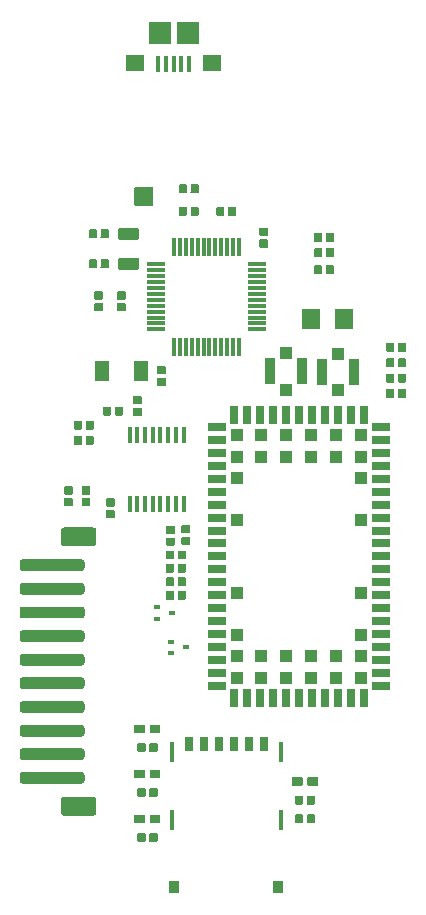
<source format=gbr>
G04 #@! TF.GenerationSoftware,KiCad,Pcbnew,5.1.8+dfsg1-1~bpo10+1*
G04 #@! TF.CreationDate,2021-02-15T21:00:24+01:00*
G04 #@! TF.ProjectId,easyhive,65617379-6869-4766-952e-6b696361645f,rev?*
G04 #@! TF.SameCoordinates,Original*
G04 #@! TF.FileFunction,Paste,Top*
G04 #@! TF.FilePolarity,Positive*
%FSLAX46Y46*%
G04 Gerber Fmt 4.6, Leading zero omitted, Abs format (unit mm)*
G04 Created by KiCad (PCBNEW 5.1.8+dfsg1-1~bpo10+1) date 2021-02-15 21:00:24*
%MOMM*%
%LPD*%
G01*
G04 APERTURE LIST*
%ADD10R,0.354800X1.461999*%
%ADD11R,1.900000X1.900000*%
%ADD12R,1.600000X1.400000*%
%ADD13R,0.400000X1.350000*%
%ADD14R,0.508000X0.355999*%
%ADD15R,1.600000X1.800000*%
%ADD16R,1.200000X1.800000*%
%ADD17R,0.350000X1.800000*%
%ADD18R,0.650000X1.300000*%
%ADD19R,0.900000X1.000000*%
%ADD20R,1.000000X1.050000*%
%ADD21R,0.850000X2.200000*%
%ADD22R,1.100000X1.100000*%
%ADD23R,0.800000X1.500000*%
%ADD24R,1.500000X0.800000*%
%ADD25R,0.300000X1.600000*%
%ADD26R,1.600000X0.300000*%
G04 APERTURE END LIST*
D10*
X145799998Y-108817000D03*
X145149997Y-108817000D03*
X144499998Y-108817000D03*
X143849997Y-108817000D03*
X143199998Y-108817000D03*
X142550000Y-108817000D03*
X141899998Y-108817000D03*
X141250000Y-108817000D03*
X141250000Y-102975000D03*
X141900001Y-102975000D03*
X142550000Y-102975000D03*
X143200001Y-102975000D03*
X143850000Y-102975000D03*
X144499998Y-102975000D03*
X145150000Y-102975000D03*
X145799998Y-102975000D03*
D11*
X143771100Y-68962600D03*
X146171100Y-68962600D03*
D12*
X141721100Y-71512600D03*
X148221100Y-71512600D03*
D13*
X146271100Y-71637600D03*
X145621100Y-71637600D03*
X143671100Y-71637600D03*
X144321100Y-71637600D03*
X144971100Y-71637600D03*
D14*
X146000000Y-121000000D03*
X144704999Y-121500003D03*
X144704999Y-120500002D03*
X144845001Y-118099997D03*
X143550000Y-118600000D03*
X143550000Y-117599999D03*
D15*
X156600000Y-93200000D03*
X159400000Y-93200000D03*
G36*
G01*
X139973400Y-108448000D02*
X139973400Y-109008000D01*
G75*
G02*
X139903400Y-109078000I-70000J0D01*
G01*
X139293400Y-109078000D01*
G75*
G02*
X139223400Y-109008000I0J70000D01*
G01*
X139223400Y-108448000D01*
G75*
G02*
X139293400Y-108378000I70000J0D01*
G01*
X139903400Y-108378000D01*
G75*
G02*
X139973400Y-108448000I0J-70000D01*
G01*
G37*
G36*
G01*
X139973400Y-109448000D02*
X139973400Y-110008000D01*
G75*
G02*
X139903400Y-110078000I-70000J0D01*
G01*
X139293400Y-110078000D01*
G75*
G02*
X139223400Y-110008000I0J70000D01*
G01*
X139223400Y-109448000D01*
G75*
G02*
X139293400Y-109378000I70000J0D01*
G01*
X139903400Y-109378000D01*
G75*
G02*
X139973400Y-109448000I0J-70000D01*
G01*
G37*
G36*
G01*
X140607000Y-101365400D02*
X140047000Y-101365400D01*
G75*
G02*
X139977000Y-101295400I0J70000D01*
G01*
X139977000Y-100685400D01*
G75*
G02*
X140047000Y-100615400I70000J0D01*
G01*
X140607000Y-100615400D01*
G75*
G02*
X140677000Y-100685400I0J-70000D01*
G01*
X140677000Y-101295400D01*
G75*
G02*
X140607000Y-101365400I-70000J0D01*
G01*
G37*
G36*
G01*
X139607000Y-101365400D02*
X139047000Y-101365400D01*
G75*
G02*
X138977000Y-101295400I0J70000D01*
G01*
X138977000Y-100685400D01*
G75*
G02*
X139047000Y-100615400I70000J0D01*
G01*
X139607000Y-100615400D01*
G75*
G02*
X139677000Y-100685400I0J-70000D01*
G01*
X139677000Y-101295400D01*
G75*
G02*
X139607000Y-101365400I-70000J0D01*
G01*
G37*
G36*
G01*
X141509400Y-101346600D02*
X141509400Y-100786600D01*
G75*
G02*
X141579400Y-100716600I70000J0D01*
G01*
X142189400Y-100716600D01*
G75*
G02*
X142259400Y-100786600I0J-70000D01*
G01*
X142259400Y-101346600D01*
G75*
G02*
X142189400Y-101416600I-70000J0D01*
G01*
X141579400Y-101416600D01*
G75*
G02*
X141509400Y-101346600I0J70000D01*
G01*
G37*
G36*
G01*
X141509400Y-100346600D02*
X141509400Y-99786600D01*
G75*
G02*
X141579400Y-99716600I70000J0D01*
G01*
X142189400Y-99716600D01*
G75*
G02*
X142259400Y-99786600I0J-70000D01*
G01*
X142259400Y-100346600D01*
G75*
G02*
X142189400Y-100416600I-70000J0D01*
G01*
X141579400Y-100416600D01*
G75*
G02*
X141509400Y-100346600I0J70000D01*
G01*
G37*
G36*
G01*
X138133400Y-102550200D02*
X137573400Y-102550200D01*
G75*
G02*
X137503400Y-102480200I0J70000D01*
G01*
X137503400Y-101870200D01*
G75*
G02*
X137573400Y-101800200I70000J0D01*
G01*
X138133400Y-101800200D01*
G75*
G02*
X138203400Y-101870200I0J-70000D01*
G01*
X138203400Y-102480200D01*
G75*
G02*
X138133400Y-102550200I-70000J0D01*
G01*
G37*
G36*
G01*
X137133400Y-102550200D02*
X136573400Y-102550200D01*
G75*
G02*
X136503400Y-102480200I0J70000D01*
G01*
X136503400Y-101870200D01*
G75*
G02*
X136573400Y-101800200I70000J0D01*
G01*
X137133400Y-101800200D01*
G75*
G02*
X137203400Y-101870200I0J-70000D01*
G01*
X137203400Y-102480200D01*
G75*
G02*
X137133400Y-102550200I-70000J0D01*
G01*
G37*
G36*
G01*
X138133400Y-103850200D02*
X137573400Y-103850200D01*
G75*
G02*
X137503400Y-103780200I0J70000D01*
G01*
X137503400Y-103170200D01*
G75*
G02*
X137573400Y-103100200I70000J0D01*
G01*
X138133400Y-103100200D01*
G75*
G02*
X138203400Y-103170200I0J-70000D01*
G01*
X138203400Y-103780200D01*
G75*
G02*
X138133400Y-103850200I-70000J0D01*
G01*
G37*
G36*
G01*
X137133400Y-103850200D02*
X136573400Y-103850200D01*
G75*
G02*
X136503400Y-103780200I0J70000D01*
G01*
X136503400Y-103170200D01*
G75*
G02*
X136573400Y-103100200I70000J0D01*
G01*
X137133400Y-103100200D01*
G75*
G02*
X137203400Y-103170200I0J-70000D01*
G01*
X137203400Y-103780200D01*
G75*
G02*
X137133400Y-103850200I-70000J0D01*
G01*
G37*
G36*
G01*
X137166000Y-108984000D02*
X137166000Y-108424000D01*
G75*
G02*
X137236000Y-108354000I70000J0D01*
G01*
X137846000Y-108354000D01*
G75*
G02*
X137916000Y-108424000I0J-70000D01*
G01*
X137916000Y-108984000D01*
G75*
G02*
X137846000Y-109054000I-70000J0D01*
G01*
X137236000Y-109054000D01*
G75*
G02*
X137166000Y-108984000I0J70000D01*
G01*
G37*
G36*
G01*
X137166000Y-107984000D02*
X137166000Y-107424000D01*
G75*
G02*
X137236000Y-107354000I70000J0D01*
G01*
X137846000Y-107354000D01*
G75*
G02*
X137916000Y-107424000I0J-70000D01*
G01*
X137916000Y-107984000D01*
G75*
G02*
X137846000Y-108054000I-70000J0D01*
G01*
X137236000Y-108054000D01*
G75*
G02*
X137166000Y-107984000I0J70000D01*
G01*
G37*
G36*
G01*
X135667400Y-108992000D02*
X135667400Y-108432000D01*
G75*
G02*
X135737400Y-108362000I70000J0D01*
G01*
X136347400Y-108362000D01*
G75*
G02*
X136417400Y-108432000I0J-70000D01*
G01*
X136417400Y-108992000D01*
G75*
G02*
X136347400Y-109062000I-70000J0D01*
G01*
X135737400Y-109062000D01*
G75*
G02*
X135667400Y-108992000I0J70000D01*
G01*
G37*
G36*
G01*
X135667400Y-107992000D02*
X135667400Y-107432000D01*
G75*
G02*
X135737400Y-107362000I70000J0D01*
G01*
X136347400Y-107362000D01*
G75*
G02*
X136417400Y-107432000I0J-70000D01*
G01*
X136417400Y-107992000D01*
G75*
G02*
X136347400Y-108062000I-70000J0D01*
G01*
X135737400Y-108062000D01*
G75*
G02*
X135667400Y-107992000I0J70000D01*
G01*
G37*
G36*
G01*
X144370000Y-113925000D02*
X144930000Y-113925000D01*
G75*
G02*
X145000000Y-113995000I0J-70000D01*
G01*
X145000000Y-114605000D01*
G75*
G02*
X144930000Y-114675000I-70000J0D01*
G01*
X144370000Y-114675000D01*
G75*
G02*
X144300000Y-114605000I0J70000D01*
G01*
X144300000Y-113995000D01*
G75*
G02*
X144370000Y-113925000I70000J0D01*
G01*
G37*
G36*
G01*
X145370000Y-113925000D02*
X145930000Y-113925000D01*
G75*
G02*
X146000000Y-113995000I0J-70000D01*
G01*
X146000000Y-114605000D01*
G75*
G02*
X145930000Y-114675000I-70000J0D01*
G01*
X145370000Y-114675000D01*
G75*
G02*
X145300000Y-114605000I0J70000D01*
G01*
X145300000Y-113995000D01*
G75*
G02*
X145370000Y-113925000I70000J0D01*
G01*
G37*
G36*
G01*
X144395000Y-112800000D02*
X144955000Y-112800000D01*
G75*
G02*
X145025000Y-112870000I0J-70000D01*
G01*
X145025000Y-113480000D01*
G75*
G02*
X144955000Y-113550000I-70000J0D01*
G01*
X144395000Y-113550000D01*
G75*
G02*
X144325000Y-113480000I0J70000D01*
G01*
X144325000Y-112870000D01*
G75*
G02*
X144395000Y-112800000I70000J0D01*
G01*
G37*
G36*
G01*
X145395000Y-112800000D02*
X145955000Y-112800000D01*
G75*
G02*
X146025000Y-112870000I0J-70000D01*
G01*
X146025000Y-113480000D01*
G75*
G02*
X145955000Y-113550000I-70000J0D01*
G01*
X145395000Y-113550000D01*
G75*
G02*
X145325000Y-113480000I0J70000D01*
G01*
X145325000Y-112870000D01*
G75*
G02*
X145395000Y-112800000I70000J0D01*
G01*
G37*
G36*
G01*
X158480000Y-87945000D02*
X157920000Y-87945000D01*
G75*
G02*
X157850000Y-87875000I0J70000D01*
G01*
X157850000Y-87265000D01*
G75*
G02*
X157920000Y-87195000I70000J0D01*
G01*
X158480000Y-87195000D01*
G75*
G02*
X158550000Y-87265000I0J-70000D01*
G01*
X158550000Y-87875000D01*
G75*
G02*
X158480000Y-87945000I-70000J0D01*
G01*
G37*
G36*
G01*
X157480000Y-87945000D02*
X156920000Y-87945000D01*
G75*
G02*
X156850000Y-87875000I0J70000D01*
G01*
X156850000Y-87265000D01*
G75*
G02*
X156920000Y-87195000I70000J0D01*
G01*
X157480000Y-87195000D01*
G75*
G02*
X157550000Y-87265000I0J-70000D01*
G01*
X157550000Y-87875000D01*
G75*
G02*
X157480000Y-87945000I-70000J0D01*
G01*
G37*
G36*
G01*
X156920000Y-85915000D02*
X157480000Y-85915000D01*
G75*
G02*
X157550000Y-85985000I0J-70000D01*
G01*
X157550000Y-86595000D01*
G75*
G02*
X157480000Y-86665000I-70000J0D01*
G01*
X156920000Y-86665000D01*
G75*
G02*
X156850000Y-86595000I0J70000D01*
G01*
X156850000Y-85985000D01*
G75*
G02*
X156920000Y-85915000I70000J0D01*
G01*
G37*
G36*
G01*
X157920000Y-85915000D02*
X158480000Y-85915000D01*
G75*
G02*
X158550000Y-85985000I0J-70000D01*
G01*
X158550000Y-86595000D01*
G75*
G02*
X158480000Y-86665000I-70000J0D01*
G01*
X157920000Y-86665000D01*
G75*
G02*
X157850000Y-86595000I0J70000D01*
G01*
X157850000Y-85985000D01*
G75*
G02*
X157920000Y-85915000I70000J0D01*
G01*
G37*
G36*
G01*
X140386100Y-88008600D02*
X141936100Y-88008600D01*
G75*
G02*
X142061100Y-88133600I0J-125000D01*
G01*
X142061100Y-88883600D01*
G75*
G02*
X141936100Y-89008600I-125000J0D01*
G01*
X140386100Y-89008600D01*
G75*
G02*
X140261100Y-88883600I0J125000D01*
G01*
X140261100Y-88133600D01*
G75*
G02*
X140386100Y-88008600I125000J0D01*
G01*
G37*
G36*
G01*
X140386100Y-85508600D02*
X141936100Y-85508600D01*
G75*
G02*
X142061100Y-85633600I0J-125000D01*
G01*
X142061100Y-86383600D01*
G75*
G02*
X141936100Y-86508600I-125000J0D01*
G01*
X140386100Y-86508600D01*
G75*
G02*
X140261100Y-86383600I0J125000D01*
G01*
X140261100Y-85633600D01*
G75*
G02*
X140386100Y-85508600I125000J0D01*
G01*
G37*
D16*
X142200000Y-97600000D03*
X138900000Y-97600000D03*
D17*
X154011100Y-135588600D03*
X144820100Y-135588600D03*
X154011100Y-129838600D03*
X144820100Y-129838600D03*
D18*
X146246100Y-129168600D03*
X147516100Y-129168600D03*
X148786100Y-129168600D03*
X150056100Y-129168600D03*
X151326100Y-129168600D03*
X152596100Y-129168600D03*
D19*
X153816100Y-141308600D03*
X145016100Y-141308600D03*
D20*
X154457400Y-96112600D03*
X154457400Y-99162600D03*
D21*
X153082400Y-97637600D03*
X155832400Y-97637600D03*
D20*
X158875000Y-96125000D03*
X158875000Y-99175000D03*
D21*
X157500000Y-97650000D03*
X160250000Y-97650000D03*
D22*
X160800000Y-119950000D03*
X150300000Y-119950000D03*
X160800000Y-116350000D03*
X150300000Y-116350000D03*
X150300000Y-123550000D03*
X152400000Y-123550000D03*
X154500000Y-123550000D03*
X156600000Y-123550000D03*
X158700000Y-123550000D03*
X160800000Y-123550000D03*
X160800000Y-121750000D03*
X158700000Y-121750000D03*
X156600000Y-121750000D03*
X154500000Y-121750000D03*
X152400000Y-121750000D03*
X150300000Y-121750000D03*
X160800000Y-110250000D03*
X150300000Y-110250000D03*
X160800000Y-106650000D03*
X150300000Y-106650000D03*
X150300000Y-104850000D03*
X152400000Y-104850000D03*
X154500000Y-104850000D03*
X156600000Y-104850000D03*
X158700000Y-104850000D03*
X160800000Y-104850000D03*
X160800000Y-103050000D03*
X158700000Y-103050000D03*
X156600000Y-103050000D03*
X154500000Y-103050000D03*
X152400000Y-103050000D03*
X150300000Y-103050000D03*
D23*
X161050000Y-125250000D03*
X151150000Y-125250000D03*
X150050000Y-125250000D03*
X159950000Y-125250000D03*
X158850000Y-125250000D03*
X157750000Y-125250000D03*
X156650000Y-125250000D03*
X155550000Y-125250000D03*
X154450000Y-125250000D03*
X153350000Y-125250000D03*
X152250000Y-125250000D03*
D24*
X162500000Y-124300000D03*
X162500000Y-123200000D03*
X162500000Y-122100000D03*
X162500000Y-121000000D03*
X162500000Y-119900000D03*
X162500000Y-118800000D03*
X162500000Y-117700000D03*
X162500000Y-116600000D03*
X162500000Y-115500000D03*
X162500000Y-114400000D03*
X162500000Y-113300000D03*
X162500000Y-112200000D03*
X162500000Y-111100000D03*
X162500000Y-110000000D03*
X162500000Y-108900000D03*
X162500000Y-107800000D03*
X162500000Y-106700000D03*
X162500000Y-105600000D03*
X162500000Y-104500000D03*
X162500000Y-103400000D03*
X162500000Y-102300000D03*
X148600000Y-124300000D03*
X148600000Y-123200000D03*
X148600000Y-122100000D03*
X148600000Y-121000000D03*
X148600000Y-119900000D03*
X148600000Y-118800000D03*
X148600000Y-117700000D03*
X148600000Y-116600000D03*
X148600000Y-115500000D03*
X148600000Y-114400000D03*
X148600000Y-113300000D03*
X148600000Y-112200000D03*
X148600000Y-111100000D03*
X148600000Y-110000000D03*
X148600000Y-108900000D03*
X148600000Y-107800000D03*
X148600000Y-106700000D03*
X148600000Y-105600000D03*
X148600000Y-104500000D03*
X148600000Y-103400000D03*
D23*
X161050000Y-101350000D03*
D24*
X148600000Y-102300000D03*
D23*
X151150000Y-101350000D03*
X150050000Y-101350000D03*
X159950000Y-101350000D03*
X158850000Y-101350000D03*
X157750000Y-101350000D03*
X156650000Y-101350000D03*
X155550000Y-101350000D03*
X154450000Y-101350000D03*
X153350000Y-101350000D03*
X152250000Y-101350000D03*
G36*
G01*
X143231100Y-82093600D02*
X143231100Y-83533600D01*
G75*
G02*
X143151100Y-83613600I-80000J0D01*
G01*
X141711100Y-83613600D01*
G75*
G02*
X141631100Y-83533600I0J80000D01*
G01*
X141631100Y-82093600D01*
G75*
G02*
X141711100Y-82013600I80000J0D01*
G01*
X143151100Y-82013600D01*
G75*
G02*
X143231100Y-82093600I0J-80000D01*
G01*
G37*
D25*
X144996100Y-87068600D03*
X145496100Y-87068600D03*
X145996100Y-87068600D03*
X146496100Y-87068600D03*
X146996100Y-87068600D03*
X147496100Y-87068600D03*
X147996100Y-87068600D03*
X148496100Y-87068600D03*
X148996100Y-87068600D03*
X149496100Y-87068600D03*
X149996100Y-87068600D03*
X150496100Y-87068600D03*
D26*
X151996100Y-88568600D03*
X151996100Y-89068600D03*
X151996100Y-89568600D03*
X151996100Y-90068600D03*
X151996100Y-90568600D03*
X151996100Y-91068600D03*
X151996100Y-92068600D03*
X151996100Y-91568600D03*
X151996100Y-92568600D03*
X151996100Y-93068600D03*
X151996100Y-93568600D03*
X151996100Y-94068600D03*
D25*
X150496100Y-95568600D03*
X149996100Y-95568600D03*
X149496100Y-95568600D03*
X148996100Y-95568600D03*
X148496100Y-95568600D03*
X147996100Y-95568600D03*
X147496100Y-95568600D03*
X146996100Y-95568600D03*
X146496100Y-95568600D03*
X145996100Y-95568600D03*
X145496100Y-95568600D03*
X144996100Y-95568600D03*
D26*
X143496100Y-94068600D03*
X143496100Y-93568600D03*
X143496100Y-93068600D03*
X143496100Y-92568600D03*
X143496100Y-92068600D03*
X143496100Y-91568600D03*
X143496100Y-91068600D03*
X143496100Y-90568600D03*
X143496100Y-90068600D03*
X143496100Y-89568600D03*
X143496100Y-89068600D03*
X143496100Y-88568600D03*
G36*
G01*
X142548600Y-127583600D02*
X142548600Y-128213600D01*
G75*
G02*
X142513600Y-128248600I-35000J0D01*
G01*
X141683600Y-128248600D01*
G75*
G02*
X141648600Y-128213600I0J35000D01*
G01*
X141648600Y-127583600D01*
G75*
G02*
X141683600Y-127548600I35000J0D01*
G01*
X142513600Y-127548600D01*
G75*
G02*
X142548600Y-127583600I0J-35000D01*
G01*
G37*
G36*
G01*
X143848600Y-127583600D02*
X143848600Y-128213600D01*
G75*
G02*
X143813600Y-128248600I-35000J0D01*
G01*
X142983600Y-128248600D01*
G75*
G02*
X142948600Y-128213600I0J35000D01*
G01*
X142948600Y-127583600D01*
G75*
G02*
X142983600Y-127548600I35000J0D01*
G01*
X143813600Y-127548600D01*
G75*
G02*
X143848600Y-127583600I0J-35000D01*
G01*
G37*
G36*
G01*
X142548600Y-131393600D02*
X142548600Y-132023600D01*
G75*
G02*
X142513600Y-132058600I-35000J0D01*
G01*
X141683600Y-132058600D01*
G75*
G02*
X141648600Y-132023600I0J35000D01*
G01*
X141648600Y-131393600D01*
G75*
G02*
X141683600Y-131358600I35000J0D01*
G01*
X142513600Y-131358600D01*
G75*
G02*
X142548600Y-131393600I0J-35000D01*
G01*
G37*
G36*
G01*
X143848600Y-131393600D02*
X143848600Y-132023600D01*
G75*
G02*
X143813600Y-132058600I-35000J0D01*
G01*
X142983600Y-132058600D01*
G75*
G02*
X142948600Y-132023600I0J35000D01*
G01*
X142948600Y-131393600D01*
G75*
G02*
X142983600Y-131358600I35000J0D01*
G01*
X143813600Y-131358600D01*
G75*
G02*
X143848600Y-131393600I0J-35000D01*
G01*
G37*
G36*
G01*
X156283600Y-132658600D02*
X156283600Y-132028600D01*
G75*
G02*
X156318600Y-131993600I35000J0D01*
G01*
X157148600Y-131993600D01*
G75*
G02*
X157183600Y-132028600I0J-35000D01*
G01*
X157183600Y-132658600D01*
G75*
G02*
X157148600Y-132693600I-35000J0D01*
G01*
X156318600Y-132693600D01*
G75*
G02*
X156283600Y-132658600I0J35000D01*
G01*
G37*
G36*
G01*
X154983600Y-132658600D02*
X154983600Y-132028600D01*
G75*
G02*
X155018600Y-131993600I35000J0D01*
G01*
X155848600Y-131993600D01*
G75*
G02*
X155883600Y-132028600I0J-35000D01*
G01*
X155883600Y-132658600D01*
G75*
G02*
X155848600Y-132693600I-35000J0D01*
G01*
X155018600Y-132693600D01*
G75*
G02*
X154983600Y-132658600I0J35000D01*
G01*
G37*
G36*
G01*
X142548600Y-135203600D02*
X142548600Y-135833600D01*
G75*
G02*
X142513600Y-135868600I-35000J0D01*
G01*
X141683600Y-135868600D01*
G75*
G02*
X141648600Y-135833600I0J35000D01*
G01*
X141648600Y-135203600D01*
G75*
G02*
X141683600Y-135168600I35000J0D01*
G01*
X142513600Y-135168600D01*
G75*
G02*
X142548600Y-135203600I0J-35000D01*
G01*
G37*
G36*
G01*
X143848600Y-135203600D02*
X143848600Y-135833600D01*
G75*
G02*
X143813600Y-135868600I-35000J0D01*
G01*
X142983600Y-135868600D01*
G75*
G02*
X142948600Y-135833600I0J35000D01*
G01*
X142948600Y-135203600D01*
G75*
G02*
X142983600Y-135168600I35000J0D01*
G01*
X143813600Y-135168600D01*
G75*
G02*
X143848600Y-135203600I0J-35000D01*
G01*
G37*
G36*
G01*
X145075000Y-110770000D02*
X145075000Y-111330000D01*
G75*
G02*
X145005000Y-111400000I-70000J0D01*
G01*
X144395000Y-111400000D01*
G75*
G02*
X144325000Y-111330000I0J70000D01*
G01*
X144325000Y-110770000D01*
G75*
G02*
X144395000Y-110700000I70000J0D01*
G01*
X145005000Y-110700000D01*
G75*
G02*
X145075000Y-110770000I0J-70000D01*
G01*
G37*
G36*
G01*
X145075000Y-111770000D02*
X145075000Y-112330000D01*
G75*
G02*
X145005000Y-112400000I-70000J0D01*
G01*
X144395000Y-112400000D01*
G75*
G02*
X144325000Y-112330000I0J70000D01*
G01*
X144325000Y-111770000D01*
G75*
G02*
X144395000Y-111700000I70000J0D01*
G01*
X145005000Y-111700000D01*
G75*
G02*
X145075000Y-111770000I0J-70000D01*
G01*
G37*
G36*
G01*
X146375000Y-110720000D02*
X146375000Y-111280000D01*
G75*
G02*
X146305000Y-111350000I-70000J0D01*
G01*
X145695000Y-111350000D01*
G75*
G02*
X145625000Y-111280000I0J70000D01*
G01*
X145625000Y-110720000D01*
G75*
G02*
X145695000Y-110650000I70000J0D01*
G01*
X146305000Y-110650000D01*
G75*
G02*
X146375000Y-110720000I0J-70000D01*
G01*
G37*
G36*
G01*
X146375000Y-111720000D02*
X146375000Y-112280000D01*
G75*
G02*
X146305000Y-112350000I-70000J0D01*
G01*
X145695000Y-112350000D01*
G75*
G02*
X145625000Y-112280000I0J70000D01*
G01*
X145625000Y-111720000D01*
G75*
G02*
X145695000Y-111650000I70000J0D01*
G01*
X146305000Y-111650000D01*
G75*
G02*
X146375000Y-111720000I0J-70000D01*
G01*
G37*
G36*
G01*
X164580000Y-97275000D02*
X164020000Y-97275000D01*
G75*
G02*
X163950000Y-97205000I0J70000D01*
G01*
X163950000Y-96595000D01*
G75*
G02*
X164020000Y-96525000I70000J0D01*
G01*
X164580000Y-96525000D01*
G75*
G02*
X164650000Y-96595000I0J-70000D01*
G01*
X164650000Y-97205000D01*
G75*
G02*
X164580000Y-97275000I-70000J0D01*
G01*
G37*
G36*
G01*
X163580000Y-97275000D02*
X163020000Y-97275000D01*
G75*
G02*
X162950000Y-97205000I0J70000D01*
G01*
X162950000Y-96595000D01*
G75*
G02*
X163020000Y-96525000I70000J0D01*
G01*
X163580000Y-96525000D01*
G75*
G02*
X163650000Y-96595000I0J-70000D01*
G01*
X163650000Y-97205000D01*
G75*
G02*
X163580000Y-97275000I-70000J0D01*
G01*
G37*
G36*
G01*
X164580000Y-99875000D02*
X164020000Y-99875000D01*
G75*
G02*
X163950000Y-99805000I0J70000D01*
G01*
X163950000Y-99195000D01*
G75*
G02*
X164020000Y-99125000I70000J0D01*
G01*
X164580000Y-99125000D01*
G75*
G02*
X164650000Y-99195000I0J-70000D01*
G01*
X164650000Y-99805000D01*
G75*
G02*
X164580000Y-99875000I-70000J0D01*
G01*
G37*
G36*
G01*
X163580000Y-99875000D02*
X163020000Y-99875000D01*
G75*
G02*
X162950000Y-99805000I0J70000D01*
G01*
X162950000Y-99195000D01*
G75*
G02*
X163020000Y-99125000I70000J0D01*
G01*
X163580000Y-99125000D01*
G75*
G02*
X163650000Y-99195000I0J-70000D01*
G01*
X163650000Y-99805000D01*
G75*
G02*
X163580000Y-99875000I-70000J0D01*
G01*
G37*
G36*
G01*
X164580000Y-98575000D02*
X164020000Y-98575000D01*
G75*
G02*
X163950000Y-98505000I0J70000D01*
G01*
X163950000Y-97895000D01*
G75*
G02*
X164020000Y-97825000I70000J0D01*
G01*
X164580000Y-97825000D01*
G75*
G02*
X164650000Y-97895000I0J-70000D01*
G01*
X164650000Y-98505000D01*
G75*
G02*
X164580000Y-98575000I-70000J0D01*
G01*
G37*
G36*
G01*
X163580000Y-98575000D02*
X163020000Y-98575000D01*
G75*
G02*
X162950000Y-98505000I0J70000D01*
G01*
X162950000Y-97895000D01*
G75*
G02*
X163020000Y-97825000I70000J0D01*
G01*
X163580000Y-97825000D01*
G75*
G02*
X163650000Y-97895000I0J-70000D01*
G01*
X163650000Y-98505000D01*
G75*
G02*
X163580000Y-98575000I-70000J0D01*
G01*
G37*
G36*
G01*
X164580000Y-95975000D02*
X164020000Y-95975000D01*
G75*
G02*
X163950000Y-95905000I0J70000D01*
G01*
X163950000Y-95295000D01*
G75*
G02*
X164020000Y-95225000I70000J0D01*
G01*
X164580000Y-95225000D01*
G75*
G02*
X164650000Y-95295000I0J-70000D01*
G01*
X164650000Y-95905000D01*
G75*
G02*
X164580000Y-95975000I-70000J0D01*
G01*
G37*
G36*
G01*
X163580000Y-95975000D02*
X163020000Y-95975000D01*
G75*
G02*
X162950000Y-95905000I0J70000D01*
G01*
X162950000Y-95295000D01*
G75*
G02*
X163020000Y-95225000I70000J0D01*
G01*
X163580000Y-95225000D01*
G75*
G02*
X163650000Y-95295000I0J-70000D01*
G01*
X163650000Y-95905000D01*
G75*
G02*
X163580000Y-95975000I-70000J0D01*
G01*
G37*
G36*
G01*
X156863600Y-135893600D02*
X156303600Y-135893600D01*
G75*
G02*
X156233600Y-135823600I0J70000D01*
G01*
X156233600Y-135213600D01*
G75*
G02*
X156303600Y-135143600I70000J0D01*
G01*
X156863600Y-135143600D01*
G75*
G02*
X156933600Y-135213600I0J-70000D01*
G01*
X156933600Y-135823600D01*
G75*
G02*
X156863600Y-135893600I-70000J0D01*
G01*
G37*
G36*
G01*
X155863600Y-135893600D02*
X155303600Y-135893600D01*
G75*
G02*
X155233600Y-135823600I0J70000D01*
G01*
X155233600Y-135213600D01*
G75*
G02*
X155303600Y-135143600I70000J0D01*
G01*
X155863600Y-135143600D01*
G75*
G02*
X155933600Y-135213600I0J-70000D01*
G01*
X155933600Y-135823600D01*
G75*
G02*
X155863600Y-135893600I-70000J0D01*
G01*
G37*
G36*
G01*
X156863600Y-134306100D02*
X156303600Y-134306100D01*
G75*
G02*
X156233600Y-134236100I0J70000D01*
G01*
X156233600Y-133626100D01*
G75*
G02*
X156303600Y-133556100I70000J0D01*
G01*
X156863600Y-133556100D01*
G75*
G02*
X156933600Y-133626100I0J-70000D01*
G01*
X156933600Y-134236100D01*
G75*
G02*
X156863600Y-134306100I-70000J0D01*
G01*
G37*
G36*
G01*
X155863600Y-134306100D02*
X155303600Y-134306100D01*
G75*
G02*
X155233600Y-134236100I0J70000D01*
G01*
X155233600Y-133626100D01*
G75*
G02*
X155303600Y-133556100I70000J0D01*
G01*
X155863600Y-133556100D01*
G75*
G02*
X155933600Y-133626100I0J-70000D01*
G01*
X155933600Y-134236100D01*
G75*
G02*
X155863600Y-134306100I-70000J0D01*
G01*
G37*
G36*
G01*
X141968600Y-136731100D02*
X142528600Y-136731100D01*
G75*
G02*
X142598600Y-136801100I0J-70000D01*
G01*
X142598600Y-137411100D01*
G75*
G02*
X142528600Y-137481100I-70000J0D01*
G01*
X141968600Y-137481100D01*
G75*
G02*
X141898600Y-137411100I0J70000D01*
G01*
X141898600Y-136801100D01*
G75*
G02*
X141968600Y-136731100I70000J0D01*
G01*
G37*
G36*
G01*
X142968600Y-136731100D02*
X143528600Y-136731100D01*
G75*
G02*
X143598600Y-136801100I0J-70000D01*
G01*
X143598600Y-137411100D01*
G75*
G02*
X143528600Y-137481100I-70000J0D01*
G01*
X142968600Y-137481100D01*
G75*
G02*
X142898600Y-137411100I0J70000D01*
G01*
X142898600Y-136801100D01*
G75*
G02*
X142968600Y-136731100I70000J0D01*
G01*
G37*
G36*
G01*
X141968600Y-132921100D02*
X142528600Y-132921100D01*
G75*
G02*
X142598600Y-132991100I0J-70000D01*
G01*
X142598600Y-133601100D01*
G75*
G02*
X142528600Y-133671100I-70000J0D01*
G01*
X141968600Y-133671100D01*
G75*
G02*
X141898600Y-133601100I0J70000D01*
G01*
X141898600Y-132991100D01*
G75*
G02*
X141968600Y-132921100I70000J0D01*
G01*
G37*
G36*
G01*
X142968600Y-132921100D02*
X143528600Y-132921100D01*
G75*
G02*
X143598600Y-132991100I0J-70000D01*
G01*
X143598600Y-133601100D01*
G75*
G02*
X143528600Y-133671100I-70000J0D01*
G01*
X142968600Y-133671100D01*
G75*
G02*
X142898600Y-133601100I0J70000D01*
G01*
X142898600Y-132991100D01*
G75*
G02*
X142968600Y-132921100I70000J0D01*
G01*
G37*
G36*
G01*
X141968600Y-129111100D02*
X142528600Y-129111100D01*
G75*
G02*
X142598600Y-129181100I0J-70000D01*
G01*
X142598600Y-129791100D01*
G75*
G02*
X142528600Y-129861100I-70000J0D01*
G01*
X141968600Y-129861100D01*
G75*
G02*
X141898600Y-129791100I0J70000D01*
G01*
X141898600Y-129181100D01*
G75*
G02*
X141968600Y-129111100I70000J0D01*
G01*
G37*
G36*
G01*
X142968600Y-129111100D02*
X143528600Y-129111100D01*
G75*
G02*
X143598600Y-129181100I0J-70000D01*
G01*
X143598600Y-129791100D01*
G75*
G02*
X143528600Y-129861100I-70000J0D01*
G01*
X142968600Y-129861100D01*
G75*
G02*
X142898600Y-129791100I0J70000D01*
G01*
X142898600Y-129181100D01*
G75*
G02*
X142968600Y-129111100I70000J0D01*
G01*
G37*
G36*
G01*
X156910000Y-88655000D02*
X157470000Y-88655000D01*
G75*
G02*
X157540000Y-88725000I0J-70000D01*
G01*
X157540000Y-89335000D01*
G75*
G02*
X157470000Y-89405000I-70000J0D01*
G01*
X156910000Y-89405000D01*
G75*
G02*
X156840000Y-89335000I0J70000D01*
G01*
X156840000Y-88725000D01*
G75*
G02*
X156910000Y-88655000I70000J0D01*
G01*
G37*
G36*
G01*
X157910000Y-88655000D02*
X158470000Y-88655000D01*
G75*
G02*
X158540000Y-88725000I0J-70000D01*
G01*
X158540000Y-89335000D01*
G75*
G02*
X158470000Y-89405000I-70000J0D01*
G01*
X157910000Y-89405000D01*
G75*
G02*
X157840000Y-89335000I0J70000D01*
G01*
X157840000Y-88725000D01*
G75*
G02*
X157910000Y-88655000I70000J0D01*
G01*
G37*
G36*
G01*
X138246100Y-92483600D02*
X138246100Y-91923600D01*
G75*
G02*
X138316100Y-91853600I70000J0D01*
G01*
X138926100Y-91853600D01*
G75*
G02*
X138996100Y-91923600I0J-70000D01*
G01*
X138996100Y-92483600D01*
G75*
G02*
X138926100Y-92553600I-70000J0D01*
G01*
X138316100Y-92553600D01*
G75*
G02*
X138246100Y-92483600I0J70000D01*
G01*
G37*
G36*
G01*
X138246100Y-91483600D02*
X138246100Y-90923600D01*
G75*
G02*
X138316100Y-90853600I70000J0D01*
G01*
X138926100Y-90853600D01*
G75*
G02*
X138996100Y-90923600I0J-70000D01*
G01*
X138996100Y-91483600D01*
G75*
G02*
X138926100Y-91553600I-70000J0D01*
G01*
X138316100Y-91553600D01*
G75*
G02*
X138246100Y-91483600I0J70000D01*
G01*
G37*
G36*
G01*
X145461100Y-81803600D02*
X146021100Y-81803600D01*
G75*
G02*
X146091100Y-81873600I0J-70000D01*
G01*
X146091100Y-82483600D01*
G75*
G02*
X146021100Y-82553600I-70000J0D01*
G01*
X145461100Y-82553600D01*
G75*
G02*
X145391100Y-82483600I0J70000D01*
G01*
X145391100Y-81873600D01*
G75*
G02*
X145461100Y-81803600I70000J0D01*
G01*
G37*
G36*
G01*
X146461100Y-81803600D02*
X147021100Y-81803600D01*
G75*
G02*
X147091100Y-81873600I0J-70000D01*
G01*
X147091100Y-82483600D01*
G75*
G02*
X147021100Y-82553600I-70000J0D01*
G01*
X146461100Y-82553600D01*
G75*
G02*
X146391100Y-82483600I0J70000D01*
G01*
X146391100Y-81873600D01*
G75*
G02*
X146461100Y-81803600I70000J0D01*
G01*
G37*
G36*
G01*
X140151100Y-92483600D02*
X140151100Y-91923600D01*
G75*
G02*
X140221100Y-91853600I70000J0D01*
G01*
X140831100Y-91853600D01*
G75*
G02*
X140901100Y-91923600I0J-70000D01*
G01*
X140901100Y-92483600D01*
G75*
G02*
X140831100Y-92553600I-70000J0D01*
G01*
X140221100Y-92553600D01*
G75*
G02*
X140151100Y-92483600I0J70000D01*
G01*
G37*
G36*
G01*
X140151100Y-91483600D02*
X140151100Y-90923600D01*
G75*
G02*
X140221100Y-90853600I70000J0D01*
G01*
X140831100Y-90853600D01*
G75*
G02*
X140901100Y-90923600I0J-70000D01*
G01*
X140901100Y-91483600D01*
G75*
G02*
X140831100Y-91553600I-70000J0D01*
G01*
X140221100Y-91553600D01*
G75*
G02*
X140151100Y-91483600I0J70000D01*
G01*
G37*
G36*
G01*
X152966100Y-85526100D02*
X152966100Y-86086100D01*
G75*
G02*
X152896100Y-86156100I-70000J0D01*
G01*
X152286100Y-86156100D01*
G75*
G02*
X152216100Y-86086100I0J70000D01*
G01*
X152216100Y-85526100D01*
G75*
G02*
X152286100Y-85456100I70000J0D01*
G01*
X152896100Y-85456100D01*
G75*
G02*
X152966100Y-85526100I0J-70000D01*
G01*
G37*
G36*
G01*
X152966100Y-86526100D02*
X152966100Y-87086100D01*
G75*
G02*
X152896100Y-87156100I-70000J0D01*
G01*
X152286100Y-87156100D01*
G75*
G02*
X152216100Y-87086100I0J70000D01*
G01*
X152216100Y-86526100D01*
G75*
G02*
X152286100Y-86456100I70000J0D01*
G01*
X152896100Y-86456100D01*
G75*
G02*
X152966100Y-86526100I0J-70000D01*
G01*
G37*
G36*
G01*
X143550000Y-98805000D02*
X143550000Y-98245000D01*
G75*
G02*
X143620000Y-98175000I70000J0D01*
G01*
X144230000Y-98175000D01*
G75*
G02*
X144300000Y-98245000I0J-70000D01*
G01*
X144300000Y-98805000D01*
G75*
G02*
X144230000Y-98875000I-70000J0D01*
G01*
X143620000Y-98875000D01*
G75*
G02*
X143550000Y-98805000I0J70000D01*
G01*
G37*
G36*
G01*
X143550000Y-97805000D02*
X143550000Y-97245000D01*
G75*
G02*
X143620000Y-97175000I70000J0D01*
G01*
X144230000Y-97175000D01*
G75*
G02*
X144300000Y-97245000I0J-70000D01*
G01*
X144300000Y-97805000D01*
G75*
G02*
X144230000Y-97875000I-70000J0D01*
G01*
X143620000Y-97875000D01*
G75*
G02*
X143550000Y-97805000I0J70000D01*
G01*
G37*
G36*
G01*
X137841100Y-88153600D02*
X138401100Y-88153600D01*
G75*
G02*
X138471100Y-88223600I0J-70000D01*
G01*
X138471100Y-88833600D01*
G75*
G02*
X138401100Y-88903600I-70000J0D01*
G01*
X137841100Y-88903600D01*
G75*
G02*
X137771100Y-88833600I0J70000D01*
G01*
X137771100Y-88223600D01*
G75*
G02*
X137841100Y-88153600I70000J0D01*
G01*
G37*
G36*
G01*
X138841100Y-88153600D02*
X139401100Y-88153600D01*
G75*
G02*
X139471100Y-88223600I0J-70000D01*
G01*
X139471100Y-88833600D01*
G75*
G02*
X139401100Y-88903600I-70000J0D01*
G01*
X138841100Y-88903600D01*
G75*
G02*
X138771100Y-88833600I0J70000D01*
G01*
X138771100Y-88223600D01*
G75*
G02*
X138841100Y-88153600I70000J0D01*
G01*
G37*
G36*
G01*
X137841100Y-85613600D02*
X138401100Y-85613600D01*
G75*
G02*
X138471100Y-85683600I0J-70000D01*
G01*
X138471100Y-86293600D01*
G75*
G02*
X138401100Y-86363600I-70000J0D01*
G01*
X137841100Y-86363600D01*
G75*
G02*
X137771100Y-86293600I0J70000D01*
G01*
X137771100Y-85683600D01*
G75*
G02*
X137841100Y-85613600I70000J0D01*
G01*
G37*
G36*
G01*
X138841100Y-85613600D02*
X139401100Y-85613600D01*
G75*
G02*
X139471100Y-85683600I0J-70000D01*
G01*
X139471100Y-86293600D01*
G75*
G02*
X139401100Y-86363600I-70000J0D01*
G01*
X138841100Y-86363600D01*
G75*
G02*
X138771100Y-86293600I0J70000D01*
G01*
X138771100Y-85683600D01*
G75*
G02*
X138841100Y-85613600I70000J0D01*
G01*
G37*
G36*
G01*
X150196100Y-84458600D02*
X149636100Y-84458600D01*
G75*
G02*
X149566100Y-84388600I0J70000D01*
G01*
X149566100Y-83778600D01*
G75*
G02*
X149636100Y-83708600I70000J0D01*
G01*
X150196100Y-83708600D01*
G75*
G02*
X150266100Y-83778600I0J-70000D01*
G01*
X150266100Y-84388600D01*
G75*
G02*
X150196100Y-84458600I-70000J0D01*
G01*
G37*
G36*
G01*
X149196100Y-84458600D02*
X148636100Y-84458600D01*
G75*
G02*
X148566100Y-84388600I0J70000D01*
G01*
X148566100Y-83778600D01*
G75*
G02*
X148636100Y-83708600I70000J0D01*
G01*
X149196100Y-83708600D01*
G75*
G02*
X149266100Y-83778600I0J-70000D01*
G01*
X149266100Y-84388600D01*
G75*
G02*
X149196100Y-84458600I-70000J0D01*
G01*
G37*
G36*
G01*
X145461100Y-83708600D02*
X146021100Y-83708600D01*
G75*
G02*
X146091100Y-83778600I0J-70000D01*
G01*
X146091100Y-84388600D01*
G75*
G02*
X146021100Y-84458600I-70000J0D01*
G01*
X145461100Y-84458600D01*
G75*
G02*
X145391100Y-84388600I0J70000D01*
G01*
X145391100Y-83778600D01*
G75*
G02*
X145461100Y-83708600I70000J0D01*
G01*
G37*
G36*
G01*
X146461100Y-83708600D02*
X147021100Y-83708600D01*
G75*
G02*
X147091100Y-83778600I0J-70000D01*
G01*
X147091100Y-84388600D01*
G75*
G02*
X147021100Y-84458600I-70000J0D01*
G01*
X146461100Y-84458600D01*
G75*
G02*
X146391100Y-84388600I0J70000D01*
G01*
X146391100Y-83778600D01*
G75*
G02*
X146461100Y-83708600I70000J0D01*
G01*
G37*
G36*
G01*
X135670800Y-133643400D02*
X138170800Y-133643400D01*
G75*
G02*
X138420800Y-133893400I0J-250000D01*
G01*
X138420800Y-134993400D01*
G75*
G02*
X138170800Y-135243400I-250000J0D01*
G01*
X135670800Y-135243400D01*
G75*
G02*
X135420800Y-134993400I0J250000D01*
G01*
X135420800Y-133893400D01*
G75*
G02*
X135670800Y-133643400I250000J0D01*
G01*
G37*
G36*
G01*
X135670800Y-110843400D02*
X138170800Y-110843400D01*
G75*
G02*
X138420800Y-111093400I0J-250000D01*
G01*
X138420800Y-112193400D01*
G75*
G02*
X138170800Y-112443400I-250000J0D01*
G01*
X135670800Y-112443400D01*
G75*
G02*
X135420800Y-112193400I0J250000D01*
G01*
X135420800Y-111093400D01*
G75*
G02*
X135670800Y-110843400I250000J0D01*
G01*
G37*
G36*
G01*
X132170800Y-131543400D02*
X137170800Y-131543400D01*
G75*
G02*
X137420800Y-131793400I0J-250000D01*
G01*
X137420800Y-132293400D01*
G75*
G02*
X137170800Y-132543400I-250000J0D01*
G01*
X132170800Y-132543400D01*
G75*
G02*
X131920800Y-132293400I0J250000D01*
G01*
X131920800Y-131793400D01*
G75*
G02*
X132170800Y-131543400I250000J0D01*
G01*
G37*
G36*
G01*
X132170800Y-129543400D02*
X137170800Y-129543400D01*
G75*
G02*
X137420800Y-129793400I0J-250000D01*
G01*
X137420800Y-130293400D01*
G75*
G02*
X137170800Y-130543400I-250000J0D01*
G01*
X132170800Y-130543400D01*
G75*
G02*
X131920800Y-130293400I0J250000D01*
G01*
X131920800Y-129793400D01*
G75*
G02*
X132170800Y-129543400I250000J0D01*
G01*
G37*
G36*
G01*
X132170800Y-127543400D02*
X137170800Y-127543400D01*
G75*
G02*
X137420800Y-127793400I0J-250000D01*
G01*
X137420800Y-128293400D01*
G75*
G02*
X137170800Y-128543400I-250000J0D01*
G01*
X132170800Y-128543400D01*
G75*
G02*
X131920800Y-128293400I0J250000D01*
G01*
X131920800Y-127793400D01*
G75*
G02*
X132170800Y-127543400I250000J0D01*
G01*
G37*
G36*
G01*
X132170800Y-125543400D02*
X137170800Y-125543400D01*
G75*
G02*
X137420800Y-125793400I0J-250000D01*
G01*
X137420800Y-126293400D01*
G75*
G02*
X137170800Y-126543400I-250000J0D01*
G01*
X132170800Y-126543400D01*
G75*
G02*
X131920800Y-126293400I0J250000D01*
G01*
X131920800Y-125793400D01*
G75*
G02*
X132170800Y-125543400I250000J0D01*
G01*
G37*
G36*
G01*
X132170800Y-123543400D02*
X137170800Y-123543400D01*
G75*
G02*
X137420800Y-123793400I0J-250000D01*
G01*
X137420800Y-124293400D01*
G75*
G02*
X137170800Y-124543400I-250000J0D01*
G01*
X132170800Y-124543400D01*
G75*
G02*
X131920800Y-124293400I0J250000D01*
G01*
X131920800Y-123793400D01*
G75*
G02*
X132170800Y-123543400I250000J0D01*
G01*
G37*
G36*
G01*
X132170800Y-121543400D02*
X137170800Y-121543400D01*
G75*
G02*
X137420800Y-121793400I0J-250000D01*
G01*
X137420800Y-122293400D01*
G75*
G02*
X137170800Y-122543400I-250000J0D01*
G01*
X132170800Y-122543400D01*
G75*
G02*
X131920800Y-122293400I0J250000D01*
G01*
X131920800Y-121793400D01*
G75*
G02*
X132170800Y-121543400I250000J0D01*
G01*
G37*
G36*
G01*
X132170800Y-119543400D02*
X137170800Y-119543400D01*
G75*
G02*
X137420800Y-119793400I0J-250000D01*
G01*
X137420800Y-120293400D01*
G75*
G02*
X137170800Y-120543400I-250000J0D01*
G01*
X132170800Y-120543400D01*
G75*
G02*
X131920800Y-120293400I0J250000D01*
G01*
X131920800Y-119793400D01*
G75*
G02*
X132170800Y-119543400I250000J0D01*
G01*
G37*
G36*
G01*
X132170800Y-117543400D02*
X137170800Y-117543400D01*
G75*
G02*
X137420800Y-117793400I0J-250000D01*
G01*
X137420800Y-118293400D01*
G75*
G02*
X137170800Y-118543400I-250000J0D01*
G01*
X132170800Y-118543400D01*
G75*
G02*
X131920800Y-118293400I0J250000D01*
G01*
X131920800Y-117793400D01*
G75*
G02*
X132170800Y-117543400I250000J0D01*
G01*
G37*
G36*
G01*
X132170800Y-115543400D02*
X137170800Y-115543400D01*
G75*
G02*
X137420800Y-115793400I0J-250000D01*
G01*
X137420800Y-116293400D01*
G75*
G02*
X137170800Y-116543400I-250000J0D01*
G01*
X132170800Y-116543400D01*
G75*
G02*
X131920800Y-116293400I0J250000D01*
G01*
X131920800Y-115793400D01*
G75*
G02*
X132170800Y-115543400I250000J0D01*
G01*
G37*
G36*
G01*
X132170800Y-113543400D02*
X137170800Y-113543400D01*
G75*
G02*
X137420800Y-113793400I0J-250000D01*
G01*
X137420800Y-114293400D01*
G75*
G02*
X137170800Y-114543400I-250000J0D01*
G01*
X132170800Y-114543400D01*
G75*
G02*
X131920800Y-114293400I0J250000D01*
G01*
X131920800Y-113793400D01*
G75*
G02*
X132170800Y-113543400I250000J0D01*
G01*
G37*
G36*
G01*
X144930000Y-116975000D02*
X144370000Y-116975000D01*
G75*
G02*
X144300000Y-116905000I0J70000D01*
G01*
X144300000Y-116295000D01*
G75*
G02*
X144370000Y-116225000I70000J0D01*
G01*
X144930000Y-116225000D01*
G75*
G02*
X145000000Y-116295000I0J-70000D01*
G01*
X145000000Y-116905000D01*
G75*
G02*
X144930000Y-116975000I-70000J0D01*
G01*
G37*
G36*
G01*
X145930000Y-116975000D02*
X145370000Y-116975000D01*
G75*
G02*
X145300000Y-116905000I0J70000D01*
G01*
X145300000Y-116295000D01*
G75*
G02*
X145370000Y-116225000I70000J0D01*
G01*
X145930000Y-116225000D01*
G75*
G02*
X146000000Y-116295000I0J-70000D01*
G01*
X146000000Y-116905000D01*
G75*
G02*
X145930000Y-116975000I-70000J0D01*
G01*
G37*
G36*
G01*
X145930000Y-115825000D02*
X145370000Y-115825000D01*
G75*
G02*
X145300000Y-115755000I0J70000D01*
G01*
X145300000Y-115145000D01*
G75*
G02*
X145370000Y-115075000I70000J0D01*
G01*
X145930000Y-115075000D01*
G75*
G02*
X146000000Y-115145000I0J-70000D01*
G01*
X146000000Y-115755000D01*
G75*
G02*
X145930000Y-115825000I-70000J0D01*
G01*
G37*
G36*
G01*
X144930000Y-115825000D02*
X144370000Y-115825000D01*
G75*
G02*
X144300000Y-115755000I0J70000D01*
G01*
X144300000Y-115145000D01*
G75*
G02*
X144370000Y-115075000I70000J0D01*
G01*
X144930000Y-115075000D01*
G75*
G02*
X145000000Y-115145000I0J-70000D01*
G01*
X145000000Y-115755000D01*
G75*
G02*
X144930000Y-115825000I-70000J0D01*
G01*
G37*
M02*

</source>
